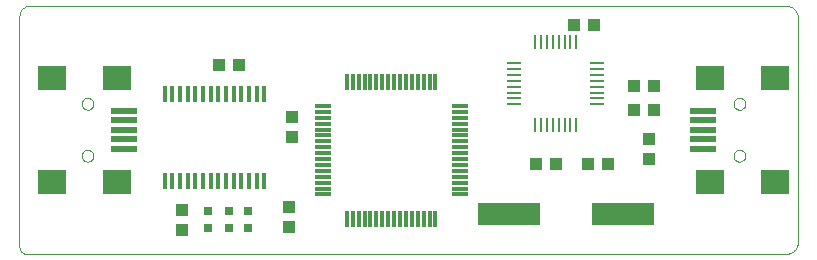
<source format=gtp>
G75*
%MOIN*%
%OFA0B0*%
%FSLAX24Y24*%
%IPPOS*%
%LPD*%
%AMOC8*
5,1,8,0,0,1.08239X$1,22.5*
%
%ADD10C,0.0000*%
%ADD11R,0.0394X0.0433*%
%ADD12R,0.0433X0.0394*%
%ADD13R,0.0315X0.0315*%
%ADD14R,0.0137X0.0550*%
%ADD15R,0.0118X0.0551*%
%ADD16R,0.0551X0.0118*%
%ADD17R,0.0945X0.0787*%
%ADD18R,0.0909X0.0197*%
%ADD19R,0.2100X0.0760*%
%ADD20R,0.0100X0.0450*%
%ADD21R,0.0450X0.0100*%
D10*
X000872Y000527D02*
X026208Y000527D01*
X026208Y000528D02*
X026246Y000530D01*
X026283Y000535D01*
X026320Y000545D01*
X026356Y000557D01*
X026390Y000574D01*
X026422Y000593D01*
X026453Y000616D01*
X026481Y000641D01*
X026506Y000669D01*
X026529Y000700D01*
X026548Y000732D01*
X026565Y000766D01*
X026577Y000802D01*
X026587Y000839D01*
X026592Y000876D01*
X026594Y000914D01*
X026594Y008399D01*
X026592Y008438D01*
X026586Y008476D01*
X026577Y008514D01*
X026564Y008551D01*
X026547Y008586D01*
X026527Y008619D01*
X026504Y008650D01*
X026478Y008679D01*
X026449Y008705D01*
X026418Y008728D01*
X026385Y008748D01*
X026350Y008765D01*
X026313Y008778D01*
X026275Y008787D01*
X026237Y008793D01*
X026198Y008795D01*
X000984Y008795D01*
X000949Y008793D01*
X000915Y008788D01*
X000881Y008779D01*
X000848Y008766D01*
X000817Y008750D01*
X000788Y008731D01*
X000761Y008709D01*
X000736Y008684D01*
X000714Y008657D01*
X000695Y008628D01*
X000679Y008597D01*
X000666Y008564D01*
X000657Y008530D01*
X000652Y008496D01*
X000650Y008461D01*
X000649Y008461D02*
X000649Y000750D01*
X000651Y000721D01*
X000657Y000692D01*
X000666Y000665D01*
X000679Y000639D01*
X000695Y000614D01*
X000714Y000592D01*
X000736Y000573D01*
X000760Y000557D01*
X000787Y000544D01*
X000814Y000535D01*
X000843Y000529D01*
X000872Y000527D01*
X002721Y003795D02*
X002723Y003822D01*
X002729Y003849D01*
X002738Y003875D01*
X002751Y003899D01*
X002767Y003922D01*
X002786Y003941D01*
X002808Y003958D01*
X002832Y003972D01*
X002857Y003982D01*
X002884Y003989D01*
X002911Y003992D01*
X002939Y003991D01*
X002966Y003986D01*
X002992Y003978D01*
X003016Y003966D01*
X003039Y003950D01*
X003060Y003932D01*
X003077Y003911D01*
X003092Y003887D01*
X003103Y003862D01*
X003111Y003836D01*
X003115Y003809D01*
X003115Y003781D01*
X003111Y003754D01*
X003103Y003728D01*
X003092Y003703D01*
X003077Y003679D01*
X003060Y003658D01*
X003039Y003640D01*
X003017Y003624D01*
X002992Y003612D01*
X002966Y003604D01*
X002939Y003599D01*
X002911Y003598D01*
X002884Y003601D01*
X002857Y003608D01*
X002832Y003618D01*
X002808Y003632D01*
X002786Y003649D01*
X002767Y003668D01*
X002751Y003691D01*
X002738Y003715D01*
X002729Y003741D01*
X002723Y003768D01*
X002721Y003795D01*
X002721Y005527D02*
X002723Y005554D01*
X002729Y005581D01*
X002738Y005607D01*
X002751Y005631D01*
X002767Y005654D01*
X002786Y005673D01*
X002808Y005690D01*
X002832Y005704D01*
X002857Y005714D01*
X002884Y005721D01*
X002911Y005724D01*
X002939Y005723D01*
X002966Y005718D01*
X002992Y005710D01*
X003016Y005698D01*
X003039Y005682D01*
X003060Y005664D01*
X003077Y005643D01*
X003092Y005619D01*
X003103Y005594D01*
X003111Y005568D01*
X003115Y005541D01*
X003115Y005513D01*
X003111Y005486D01*
X003103Y005460D01*
X003092Y005435D01*
X003077Y005411D01*
X003060Y005390D01*
X003039Y005372D01*
X003017Y005356D01*
X002992Y005344D01*
X002966Y005336D01*
X002939Y005331D01*
X002911Y005330D01*
X002884Y005333D01*
X002857Y005340D01*
X002832Y005350D01*
X002808Y005364D01*
X002786Y005381D01*
X002767Y005400D01*
X002751Y005423D01*
X002738Y005447D01*
X002729Y005473D01*
X002723Y005500D01*
X002721Y005527D01*
X024452Y005527D02*
X024454Y005554D01*
X024460Y005581D01*
X024469Y005607D01*
X024482Y005631D01*
X024498Y005654D01*
X024517Y005673D01*
X024539Y005690D01*
X024563Y005704D01*
X024588Y005714D01*
X024615Y005721D01*
X024642Y005724D01*
X024670Y005723D01*
X024697Y005718D01*
X024723Y005710D01*
X024747Y005698D01*
X024770Y005682D01*
X024791Y005664D01*
X024808Y005643D01*
X024823Y005619D01*
X024834Y005594D01*
X024842Y005568D01*
X024846Y005541D01*
X024846Y005513D01*
X024842Y005486D01*
X024834Y005460D01*
X024823Y005435D01*
X024808Y005411D01*
X024791Y005390D01*
X024770Y005372D01*
X024748Y005356D01*
X024723Y005344D01*
X024697Y005336D01*
X024670Y005331D01*
X024642Y005330D01*
X024615Y005333D01*
X024588Y005340D01*
X024563Y005350D01*
X024539Y005364D01*
X024517Y005381D01*
X024498Y005400D01*
X024482Y005423D01*
X024469Y005447D01*
X024460Y005473D01*
X024454Y005500D01*
X024452Y005527D01*
X024452Y003795D02*
X024454Y003822D01*
X024460Y003849D01*
X024469Y003875D01*
X024482Y003899D01*
X024498Y003922D01*
X024517Y003941D01*
X024539Y003958D01*
X024563Y003972D01*
X024588Y003982D01*
X024615Y003989D01*
X024642Y003992D01*
X024670Y003991D01*
X024697Y003986D01*
X024723Y003978D01*
X024747Y003966D01*
X024770Y003950D01*
X024791Y003932D01*
X024808Y003911D01*
X024823Y003887D01*
X024834Y003862D01*
X024842Y003836D01*
X024846Y003809D01*
X024846Y003781D01*
X024842Y003754D01*
X024834Y003728D01*
X024823Y003703D01*
X024808Y003679D01*
X024791Y003658D01*
X024770Y003640D01*
X024748Y003624D01*
X024723Y003612D01*
X024697Y003604D01*
X024670Y003599D01*
X024642Y003598D01*
X024615Y003601D01*
X024588Y003608D01*
X024563Y003618D01*
X024539Y003632D01*
X024517Y003649D01*
X024498Y003668D01*
X024482Y003691D01*
X024469Y003715D01*
X024460Y003741D01*
X024454Y003768D01*
X024452Y003795D01*
D11*
X021649Y003698D03*
X021649Y004367D03*
X021803Y005324D03*
X021134Y005324D03*
X021134Y006121D03*
X021803Y006121D03*
X009748Y005078D03*
X009748Y004408D03*
D12*
X009649Y002080D03*
X009649Y001410D03*
X006071Y001332D03*
X006071Y002001D03*
X017874Y003520D03*
X018543Y003520D03*
X019606Y003520D03*
X020275Y003520D03*
X007962Y006836D03*
X007293Y006836D03*
X019134Y008165D03*
X019803Y008165D03*
D13*
X008274Y001961D03*
X007649Y001961D03*
X006946Y001961D03*
X006946Y001371D03*
X007649Y001371D03*
X008274Y001371D03*
D14*
X008301Y002963D03*
X008045Y002963D03*
X007789Y002963D03*
X007533Y002963D03*
X007277Y002963D03*
X007022Y002963D03*
X006766Y002963D03*
X006510Y002963D03*
X006254Y002963D03*
X005998Y002963D03*
X005742Y002963D03*
X005486Y002963D03*
X008557Y002963D03*
X008813Y002963D03*
X008813Y005842D03*
X008557Y005842D03*
X008301Y005842D03*
X008045Y005842D03*
X007789Y005842D03*
X007533Y005842D03*
X007277Y005842D03*
X007022Y005842D03*
X006766Y005842D03*
X006510Y005842D03*
X006254Y005842D03*
X005998Y005842D03*
X005742Y005842D03*
X005486Y005842D03*
D15*
X011562Y006265D03*
X011759Y006265D03*
X011956Y006265D03*
X012152Y006265D03*
X012349Y006265D03*
X012546Y006265D03*
X012743Y006265D03*
X012940Y006265D03*
X013137Y006265D03*
X013334Y006265D03*
X013530Y006265D03*
X013727Y006265D03*
X013924Y006265D03*
X014121Y006265D03*
X014318Y006265D03*
X014515Y006265D03*
X014515Y001698D03*
X014318Y001698D03*
X014121Y001698D03*
X013924Y001698D03*
X013727Y001698D03*
X013530Y001698D03*
X013334Y001698D03*
X013137Y001698D03*
X012940Y001698D03*
X012743Y001698D03*
X012546Y001698D03*
X012349Y001698D03*
X012152Y001698D03*
X011956Y001698D03*
X011759Y001698D03*
X011562Y001698D03*
D16*
X010755Y002505D03*
X010755Y002702D03*
X010755Y002899D03*
X010755Y003095D03*
X010755Y003292D03*
X010755Y003489D03*
X010755Y003686D03*
X010755Y003883D03*
X010755Y004080D03*
X010755Y004276D03*
X010755Y004473D03*
X010755Y004670D03*
X010755Y004867D03*
X010755Y005064D03*
X010755Y005261D03*
X010755Y005458D03*
X015322Y005458D03*
X015322Y005261D03*
X015322Y005064D03*
X015322Y004867D03*
X015322Y004670D03*
X015322Y004473D03*
X015322Y004276D03*
X015322Y004080D03*
X015322Y003883D03*
X015322Y003686D03*
X015322Y003489D03*
X015322Y003292D03*
X015322Y003095D03*
X015322Y002899D03*
X015322Y002702D03*
X015322Y002505D03*
D17*
X023664Y002929D03*
X025830Y002929D03*
X025830Y006394D03*
X023664Y006394D03*
X003902Y006394D03*
X001737Y006394D03*
X001737Y002929D03*
X003902Y002929D03*
D18*
X004124Y004031D03*
X004124Y004346D03*
X004124Y004661D03*
X004124Y004976D03*
X004124Y005291D03*
X023442Y005291D03*
X023442Y004976D03*
X023442Y004661D03*
X023442Y004346D03*
X023442Y004031D03*
D19*
X020776Y001837D03*
X016976Y001837D03*
D20*
X017835Y004819D03*
X018031Y004819D03*
X018228Y004819D03*
X018425Y004819D03*
X018622Y004819D03*
X018819Y004819D03*
X019016Y004819D03*
X019212Y004819D03*
X019212Y007575D03*
X019016Y007575D03*
X018819Y007575D03*
X018622Y007575D03*
X018425Y007575D03*
X018228Y007575D03*
X018031Y007575D03*
X017835Y007575D03*
D21*
X017146Y006886D03*
X017146Y006689D03*
X017146Y006492D03*
X017146Y006295D03*
X017146Y006098D03*
X017146Y005901D03*
X017146Y005705D03*
X017146Y005508D03*
X019901Y005508D03*
X019901Y005705D03*
X019901Y005901D03*
X019901Y006098D03*
X019901Y006295D03*
X019901Y006492D03*
X019901Y006689D03*
X019901Y006886D03*
M02*

</source>
